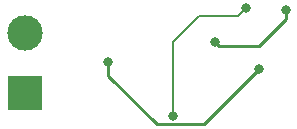
<source format=gbr>
%TF.GenerationSoftware,KiCad,Pcbnew,(6.0.10)*%
%TF.CreationDate,2023-02-16T14:22:03-08:00*%
%TF.ProjectId,Exercise 2,45786572-6369-4736-9520-322e6b696361,rev?*%
%TF.SameCoordinates,Original*%
%TF.FileFunction,Copper,L2,Bot*%
%TF.FilePolarity,Positive*%
%FSLAX46Y46*%
G04 Gerber Fmt 4.6, Leading zero omitted, Abs format (unit mm)*
G04 Created by KiCad (PCBNEW (6.0.10)) date 2023-02-16 14:22:03*
%MOMM*%
%LPD*%
G01*
G04 APERTURE LIST*
%TA.AperFunction,ComponentPad*%
%ADD10R,3.000000X3.000000*%
%TD*%
%TA.AperFunction,ComponentPad*%
%ADD11C,3.000000*%
%TD*%
%TA.AperFunction,ViaPad*%
%ADD12C,0.800000*%
%TD*%
%TA.AperFunction,Conductor*%
%ADD13C,0.250000*%
%TD*%
%TA.AperFunction,Conductor*%
%ADD14C,0.200000*%
%TD*%
G04 APERTURE END LIST*
D10*
%TO.P,J1,1,Pin_1*%
%TO.N,+9V*%
X183397607Y-82726217D03*
D11*
%TO.P,J1,2,Pin_2*%
%TO.N,GND*%
X183397607Y-77646217D03*
%TD*%
D12*
%TO.N,Net-(C2-Pad1)*%
X199501330Y-78403381D03*
X205484683Y-75680797D03*
%TO.N,Net-(D2-Pad2)*%
X203266848Y-80660230D03*
X190470555Y-80093605D03*
%TO.N,Net-(R1-Pad2)*%
X202160598Y-75490849D03*
X195955640Y-84639998D03*
%TD*%
D13*
%TO.N,Net-(C2-Pad1)*%
X205484683Y-76455317D02*
X203200000Y-78740000D01*
X205484683Y-75680797D02*
X205484683Y-76455317D01*
X199837949Y-78740000D02*
X199501330Y-78403381D01*
X203200000Y-78740000D02*
X199837949Y-78740000D01*
%TO.N,Net-(D2-Pad2)*%
X198562080Y-85364998D02*
X194584998Y-85364998D01*
X203266848Y-80660230D02*
X198562080Y-85364998D01*
X194584998Y-85364998D02*
X190470555Y-81250555D01*
X190470555Y-81250555D02*
X190470555Y-80093605D01*
D14*
%TO.N,Net-(R1-Pad2)*%
X195955640Y-78364360D02*
X195955640Y-84639998D01*
X198120000Y-76200000D02*
X195955640Y-78364360D01*
X202160598Y-75490849D02*
X201451447Y-76200000D01*
X201451447Y-76200000D02*
X198120000Y-76200000D01*
%TD*%
M02*

</source>
